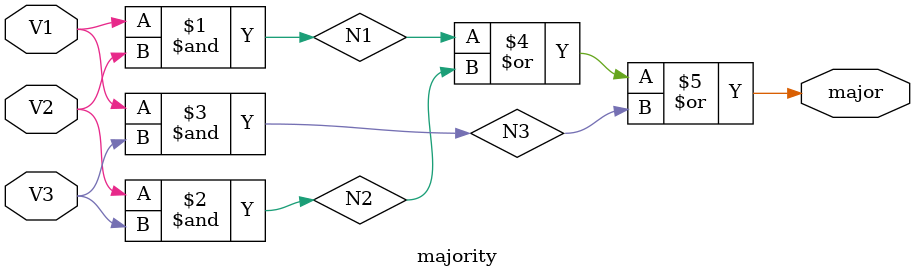
<source format=v>

module majority (major, V1, V2, V3);

output major;
input V1, V2, V3;

wire N1, N2, N3;

and A0(N1, V1, V2),
    A1(N2, V2, V3),
    A2(N3, V1, V3);

or OrO(major,N1,N2,N3);

endmodule
</source>
